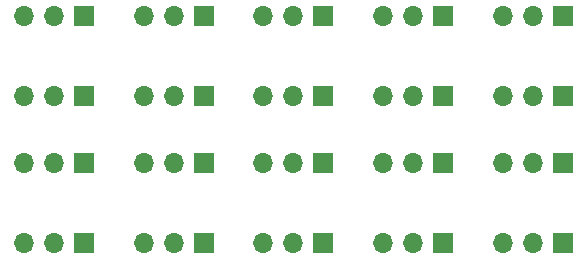
<source format=gbr>
%TF.GenerationSoftware,KiCad,Pcbnew,(6.0.5-0)*%
%TF.CreationDate,2022-12-24T13:27:48+01:00*%
%TF.ProjectId,panel,70616e65-6c2e-46b6-9963-61645f706362,rev?*%
%TF.SameCoordinates,Original*%
%TF.FileFunction,Soldermask,Top*%
%TF.FilePolarity,Negative*%
%FSLAX46Y46*%
G04 Gerber Fmt 4.6, Leading zero omitted, Abs format (unit mm)*
G04 Created by KiCad (PCBNEW (6.0.5-0)) date 2022-12-24 13:27:48*
%MOMM*%
%LPD*%
G01*
G04 APERTURE LIST*
%ADD10R,1.700000X1.700000*%
%ADD11O,1.700000X1.700000*%
G04 APERTURE END LIST*
D10*
%TO.C,J2*%
X51937200Y-16815200D03*
D11*
X49397200Y-16815200D03*
X46857200Y-16815200D03*
%TD*%
D10*
%TO.C,J2*%
X41809200Y-29229200D03*
D11*
X39269200Y-29229200D03*
X36729200Y-29229200D03*
%TD*%
D10*
%TO.C,J2*%
X31681200Y-16815200D03*
D11*
X29141200Y-16815200D03*
X26601200Y-16815200D03*
%TD*%
D10*
%TO.C,J2*%
X41809200Y-16815200D03*
D11*
X39269200Y-16815200D03*
X36729200Y-16815200D03*
%TD*%
D10*
%TO.C,J1*%
X21538200Y-23585200D03*
D11*
X18998200Y-23585200D03*
X16458200Y-23585200D03*
%TD*%
D10*
%TO.C,J1*%
X51922200Y-23585200D03*
D11*
X49382200Y-23585200D03*
X46842200Y-23585200D03*
%TD*%
D10*
%TO.C,J1*%
X31666200Y-35999200D03*
D11*
X29126200Y-35999200D03*
X26586200Y-35999200D03*
%TD*%
D10*
%TO.C,J2*%
X51937200Y-29229200D03*
D11*
X49397200Y-29229200D03*
X46857200Y-29229200D03*
%TD*%
D10*
%TO.C,J1*%
X62050200Y-23585200D03*
D11*
X59510200Y-23585200D03*
X56970200Y-23585200D03*
%TD*%
D10*
%TO.C,J1*%
X41794200Y-23585200D03*
D11*
X39254200Y-23585200D03*
X36714200Y-23585200D03*
%TD*%
D10*
%TO.C,J2*%
X21553200Y-29229200D03*
D11*
X19013200Y-29229200D03*
X16473200Y-29229200D03*
%TD*%
D10*
%TO.C,J1*%
X31666200Y-23585200D03*
D11*
X29126200Y-23585200D03*
X26586200Y-23585200D03*
%TD*%
D10*
%TO.C,J1*%
X62050200Y-35999200D03*
D11*
X59510200Y-35999200D03*
X56970200Y-35999200D03*
%TD*%
D10*
%TO.C,J1*%
X21538200Y-35999200D03*
D11*
X18998200Y-35999200D03*
X16458200Y-35999200D03*
%TD*%
D10*
%TO.C,J2*%
X62065200Y-16815200D03*
D11*
X59525200Y-16815200D03*
X56985200Y-16815200D03*
%TD*%
D10*
%TO.C,J1*%
X41794200Y-35999200D03*
D11*
X39254200Y-35999200D03*
X36714200Y-35999200D03*
%TD*%
D10*
%TO.C,J1*%
X51922200Y-35999200D03*
D11*
X49382200Y-35999200D03*
X46842200Y-35999200D03*
%TD*%
D10*
%TO.C,J2*%
X62065200Y-29229200D03*
D11*
X59525200Y-29229200D03*
X56985200Y-29229200D03*
%TD*%
D10*
%TO.C,J2*%
X21553200Y-16815200D03*
D11*
X19013200Y-16815200D03*
X16473200Y-16815200D03*
%TD*%
D10*
%TO.C,J2*%
X31681200Y-29229200D03*
D11*
X29141200Y-29229200D03*
X26601200Y-29229200D03*
%TD*%
M02*

</source>
